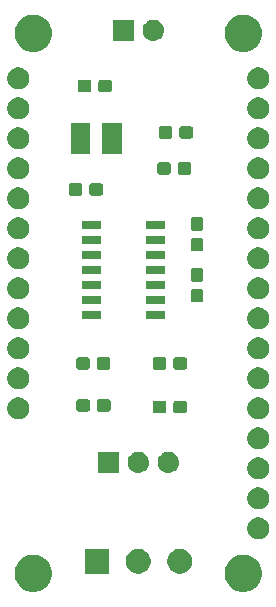
<source format=gbr>
G04 #@! TF.GenerationSoftware,KiCad,Pcbnew,5.0.2-bee76a0~70~ubuntu18.04.1*
G04 #@! TF.CreationDate,2020-04-01T17:28:38-07:00*
G04 #@! TF.ProjectId,potentiostat_featherwing,706f7465-6e74-4696-9f73-7461745f6665,rev?*
G04 #@! TF.SameCoordinates,Original*
G04 #@! TF.FileFunction,Soldermask,Top*
G04 #@! TF.FilePolarity,Negative*
%FSLAX46Y46*%
G04 Gerber Fmt 4.6, Leading zero omitted, Abs format (unit mm)*
G04 Created by KiCad (PCBNEW 5.0.2-bee76a0~70~ubuntu18.04.1) date Wed 01 Apr 2020 05:28:38 PM PDT*
%MOMM*%
%LPD*%
G01*
G04 APERTURE LIST*
%ADD10C,0.100000*%
G04 APERTURE END LIST*
D10*
G36*
X60149411Y-72145526D02*
X60268137Y-72194704D01*
X60436041Y-72264252D01*
X60694007Y-72436619D01*
X60913381Y-72655993D01*
X61085748Y-72913959D01*
X61204474Y-73200590D01*
X61265000Y-73504875D01*
X61265000Y-73815125D01*
X61204474Y-74119410D01*
X61085748Y-74406041D01*
X60913381Y-74664007D01*
X60694007Y-74883381D01*
X60436041Y-75055748D01*
X60268137Y-75125296D01*
X60149411Y-75174474D01*
X59845125Y-75235000D01*
X59534875Y-75235000D01*
X59230589Y-75174474D01*
X59111863Y-75125296D01*
X58943959Y-75055748D01*
X58685993Y-74883381D01*
X58466619Y-74664007D01*
X58294252Y-74406041D01*
X58175526Y-74119410D01*
X58115000Y-73815125D01*
X58115000Y-73504875D01*
X58175526Y-73200590D01*
X58294252Y-72913959D01*
X58466619Y-72655993D01*
X58685993Y-72436619D01*
X58943959Y-72264252D01*
X59111863Y-72194704D01*
X59230589Y-72145526D01*
X59534875Y-72085000D01*
X59845125Y-72085000D01*
X60149411Y-72145526D01*
X60149411Y-72145526D01*
G37*
G36*
X42369411Y-72145526D02*
X42488137Y-72194704D01*
X42656041Y-72264252D01*
X42914007Y-72436619D01*
X43133381Y-72655993D01*
X43305748Y-72913959D01*
X43424474Y-73200590D01*
X43485000Y-73504875D01*
X43485000Y-73815125D01*
X43424474Y-74119410D01*
X43305748Y-74406041D01*
X43133381Y-74664007D01*
X42914007Y-74883381D01*
X42656041Y-75055748D01*
X42488137Y-75125296D01*
X42369411Y-75174474D01*
X42065125Y-75235000D01*
X41754875Y-75235000D01*
X41450589Y-75174474D01*
X41331863Y-75125296D01*
X41163959Y-75055748D01*
X40905993Y-74883381D01*
X40686619Y-74664007D01*
X40514252Y-74406041D01*
X40395526Y-74119410D01*
X40335000Y-73815125D01*
X40335000Y-73504875D01*
X40395526Y-73200590D01*
X40514252Y-72913959D01*
X40686619Y-72655993D01*
X40905993Y-72436619D01*
X41163959Y-72264252D01*
X41331863Y-72194704D01*
X41450589Y-72145526D01*
X41754875Y-72085000D01*
X42065125Y-72085000D01*
X42369411Y-72145526D01*
X42369411Y-72145526D01*
G37*
G36*
X51106565Y-71633389D02*
X51297834Y-71712615D01*
X51469976Y-71827637D01*
X51616363Y-71974024D01*
X51731385Y-72146166D01*
X51810611Y-72337435D01*
X51851000Y-72540484D01*
X51851000Y-72747516D01*
X51810611Y-72950565D01*
X51731385Y-73141834D01*
X51616363Y-73313976D01*
X51469976Y-73460363D01*
X51297834Y-73575385D01*
X51106565Y-73654611D01*
X50903516Y-73695000D01*
X50696484Y-73695000D01*
X50493435Y-73654611D01*
X50302166Y-73575385D01*
X50130024Y-73460363D01*
X49983637Y-73313976D01*
X49868615Y-73141834D01*
X49789389Y-72950565D01*
X49749000Y-72747516D01*
X49749000Y-72540484D01*
X49789389Y-72337435D01*
X49868615Y-72146166D01*
X49983637Y-71974024D01*
X50130024Y-71827637D01*
X50302166Y-71712615D01*
X50493435Y-71633389D01*
X50696484Y-71593000D01*
X50903516Y-71593000D01*
X51106565Y-71633389D01*
X51106565Y-71633389D01*
G37*
G36*
X48350880Y-73695000D02*
X46248880Y-73695000D01*
X46248880Y-71593000D01*
X48350880Y-71593000D01*
X48350880Y-73695000D01*
X48350880Y-73695000D01*
G37*
G36*
X54606685Y-71633389D02*
X54797954Y-71712615D01*
X54970096Y-71827637D01*
X55116483Y-71974024D01*
X55231505Y-72146166D01*
X55310731Y-72337435D01*
X55351120Y-72540484D01*
X55351120Y-72747516D01*
X55310731Y-72950565D01*
X55231505Y-73141834D01*
X55116483Y-73313976D01*
X54970096Y-73460363D01*
X54797954Y-73575385D01*
X54606685Y-73654611D01*
X54403636Y-73695000D01*
X54196604Y-73695000D01*
X53993555Y-73654611D01*
X53802286Y-73575385D01*
X53630144Y-73460363D01*
X53483757Y-73313976D01*
X53368735Y-73141834D01*
X53289509Y-72950565D01*
X53249120Y-72747516D01*
X53249120Y-72540484D01*
X53289509Y-72337435D01*
X53368735Y-72146166D01*
X53483757Y-71974024D01*
X53630144Y-71827637D01*
X53802286Y-71712615D01*
X53993555Y-71633389D01*
X54196604Y-71593000D01*
X54403636Y-71593000D01*
X54606685Y-71633389D01*
X54606685Y-71633389D01*
G37*
G36*
X61234188Y-68946123D02*
X61405257Y-69016983D01*
X61559216Y-69119855D01*
X61690145Y-69250784D01*
X61793017Y-69404743D01*
X61863877Y-69575812D01*
X61900000Y-69757417D01*
X61900000Y-69942583D01*
X61863877Y-70124188D01*
X61793017Y-70295257D01*
X61690145Y-70449216D01*
X61559216Y-70580145D01*
X61405257Y-70683017D01*
X61234188Y-70753877D01*
X61052583Y-70790000D01*
X60867417Y-70790000D01*
X60685812Y-70753877D01*
X60514743Y-70683017D01*
X60360784Y-70580145D01*
X60229855Y-70449216D01*
X60126983Y-70295257D01*
X60056123Y-70124188D01*
X60020000Y-69942583D01*
X60020000Y-69757417D01*
X60056123Y-69575812D01*
X60126983Y-69404743D01*
X60229855Y-69250784D01*
X60360784Y-69119855D01*
X60514743Y-69016983D01*
X60685812Y-68946123D01*
X60867417Y-68910000D01*
X61052583Y-68910000D01*
X61234188Y-68946123D01*
X61234188Y-68946123D01*
G37*
G36*
X61234188Y-66406123D02*
X61405257Y-66476983D01*
X61559216Y-66579855D01*
X61690145Y-66710784D01*
X61793017Y-66864743D01*
X61863877Y-67035812D01*
X61900000Y-67217417D01*
X61900000Y-67402583D01*
X61863877Y-67584188D01*
X61793017Y-67755257D01*
X61690145Y-67909216D01*
X61559216Y-68040145D01*
X61405257Y-68143017D01*
X61234188Y-68213877D01*
X61052583Y-68250000D01*
X60867417Y-68250000D01*
X60685812Y-68213877D01*
X60514743Y-68143017D01*
X60360784Y-68040145D01*
X60229855Y-67909216D01*
X60126983Y-67755257D01*
X60056123Y-67584188D01*
X60020000Y-67402583D01*
X60020000Y-67217417D01*
X60056123Y-67035812D01*
X60126983Y-66864743D01*
X60229855Y-66710784D01*
X60360784Y-66579855D01*
X60514743Y-66476983D01*
X60685812Y-66406123D01*
X60867417Y-66370000D01*
X61052583Y-66370000D01*
X61234188Y-66406123D01*
X61234188Y-66406123D01*
G37*
G36*
X61234188Y-63866123D02*
X61405257Y-63936983D01*
X61559216Y-64039855D01*
X61690145Y-64170784D01*
X61793017Y-64324743D01*
X61863877Y-64495812D01*
X61900000Y-64677417D01*
X61900000Y-64862583D01*
X61863877Y-65044188D01*
X61793017Y-65215257D01*
X61690145Y-65369216D01*
X61559216Y-65500145D01*
X61405257Y-65603017D01*
X61234188Y-65673877D01*
X61052583Y-65710000D01*
X60867417Y-65710000D01*
X60685812Y-65673877D01*
X60514743Y-65603017D01*
X60360784Y-65500145D01*
X60229855Y-65369216D01*
X60126983Y-65215257D01*
X60056123Y-65044188D01*
X60020000Y-64862583D01*
X60020000Y-64677417D01*
X60056123Y-64495812D01*
X60126983Y-64324743D01*
X60229855Y-64170784D01*
X60360784Y-64039855D01*
X60514743Y-63936983D01*
X60685812Y-63866123D01*
X60867417Y-63830000D01*
X61052583Y-63830000D01*
X61234188Y-63866123D01*
X61234188Y-63866123D01*
G37*
G36*
X49161000Y-65163000D02*
X47359000Y-65163000D01*
X47359000Y-63361000D01*
X49161000Y-63361000D01*
X49161000Y-65163000D01*
X49161000Y-65163000D01*
G37*
G36*
X50910442Y-63367518D02*
X50976627Y-63374037D01*
X51089853Y-63408384D01*
X51146467Y-63425557D01*
X51285087Y-63499652D01*
X51302991Y-63509222D01*
X51338729Y-63538552D01*
X51440186Y-63621814D01*
X51523448Y-63723271D01*
X51552778Y-63759009D01*
X51552779Y-63759011D01*
X51636443Y-63915533D01*
X51653616Y-63972147D01*
X51687963Y-64085373D01*
X51705359Y-64262000D01*
X51687963Y-64438627D01*
X51670616Y-64495812D01*
X51636443Y-64608467D01*
X51599588Y-64677417D01*
X51552778Y-64764991D01*
X51523448Y-64800729D01*
X51440186Y-64902186D01*
X51338729Y-64985448D01*
X51302991Y-65014778D01*
X51302989Y-65014779D01*
X51146467Y-65098443D01*
X51089853Y-65115616D01*
X50976627Y-65149963D01*
X50910443Y-65156481D01*
X50844260Y-65163000D01*
X50755740Y-65163000D01*
X50689557Y-65156481D01*
X50623373Y-65149963D01*
X50510147Y-65115616D01*
X50453533Y-65098443D01*
X50297011Y-65014779D01*
X50297009Y-65014778D01*
X50261271Y-64985448D01*
X50159814Y-64902186D01*
X50076552Y-64800729D01*
X50047222Y-64764991D01*
X50000412Y-64677417D01*
X49963557Y-64608467D01*
X49929384Y-64495812D01*
X49912037Y-64438627D01*
X49894641Y-64262000D01*
X49912037Y-64085373D01*
X49946384Y-63972147D01*
X49963557Y-63915533D01*
X50047221Y-63759011D01*
X50047222Y-63759009D01*
X50076552Y-63723271D01*
X50159814Y-63621814D01*
X50261271Y-63538552D01*
X50297009Y-63509222D01*
X50314913Y-63499652D01*
X50453533Y-63425557D01*
X50510147Y-63408384D01*
X50623373Y-63374037D01*
X50689558Y-63367518D01*
X50755740Y-63361000D01*
X50844260Y-63361000D01*
X50910442Y-63367518D01*
X50910442Y-63367518D01*
G37*
G36*
X53450442Y-63367518D02*
X53516627Y-63374037D01*
X53629853Y-63408384D01*
X53686467Y-63425557D01*
X53825087Y-63499652D01*
X53842991Y-63509222D01*
X53878729Y-63538552D01*
X53980186Y-63621814D01*
X54063448Y-63723271D01*
X54092778Y-63759009D01*
X54092779Y-63759011D01*
X54176443Y-63915533D01*
X54193616Y-63972147D01*
X54227963Y-64085373D01*
X54245359Y-64262000D01*
X54227963Y-64438627D01*
X54210616Y-64495812D01*
X54176443Y-64608467D01*
X54139588Y-64677417D01*
X54092778Y-64764991D01*
X54063448Y-64800729D01*
X53980186Y-64902186D01*
X53878729Y-64985448D01*
X53842991Y-65014778D01*
X53842989Y-65014779D01*
X53686467Y-65098443D01*
X53629853Y-65115616D01*
X53516627Y-65149963D01*
X53450443Y-65156481D01*
X53384260Y-65163000D01*
X53295740Y-65163000D01*
X53229557Y-65156481D01*
X53163373Y-65149963D01*
X53050147Y-65115616D01*
X52993533Y-65098443D01*
X52837011Y-65014779D01*
X52837009Y-65014778D01*
X52801271Y-64985448D01*
X52699814Y-64902186D01*
X52616552Y-64800729D01*
X52587222Y-64764991D01*
X52540412Y-64677417D01*
X52503557Y-64608467D01*
X52469384Y-64495812D01*
X52452037Y-64438627D01*
X52434641Y-64262000D01*
X52452037Y-64085373D01*
X52486384Y-63972147D01*
X52503557Y-63915533D01*
X52587221Y-63759011D01*
X52587222Y-63759009D01*
X52616552Y-63723271D01*
X52699814Y-63621814D01*
X52801271Y-63538552D01*
X52837009Y-63509222D01*
X52854913Y-63499652D01*
X52993533Y-63425557D01*
X53050147Y-63408384D01*
X53163373Y-63374037D01*
X53229558Y-63367518D01*
X53295740Y-63361000D01*
X53384260Y-63361000D01*
X53450442Y-63367518D01*
X53450442Y-63367518D01*
G37*
G36*
X61234188Y-61326123D02*
X61405257Y-61396983D01*
X61559216Y-61499855D01*
X61690145Y-61630784D01*
X61793017Y-61784743D01*
X61863877Y-61955812D01*
X61900000Y-62137417D01*
X61900000Y-62322583D01*
X61863877Y-62504188D01*
X61793017Y-62675257D01*
X61690145Y-62829216D01*
X61559216Y-62960145D01*
X61405257Y-63063017D01*
X61234188Y-63133877D01*
X61052583Y-63170000D01*
X60867417Y-63170000D01*
X60685812Y-63133877D01*
X60514743Y-63063017D01*
X60360784Y-62960145D01*
X60229855Y-62829216D01*
X60126983Y-62675257D01*
X60056123Y-62504188D01*
X60020000Y-62322583D01*
X60020000Y-62137417D01*
X60056123Y-61955812D01*
X60126983Y-61784743D01*
X60229855Y-61630784D01*
X60360784Y-61499855D01*
X60514743Y-61396983D01*
X60685812Y-61326123D01*
X60867417Y-61290000D01*
X61052583Y-61290000D01*
X61234188Y-61326123D01*
X61234188Y-61326123D01*
G37*
G36*
X61234188Y-58786123D02*
X61405257Y-58856983D01*
X61559216Y-58959855D01*
X61690145Y-59090784D01*
X61793017Y-59244743D01*
X61863877Y-59415812D01*
X61900000Y-59597417D01*
X61900000Y-59782583D01*
X61863877Y-59964188D01*
X61793017Y-60135257D01*
X61690145Y-60289216D01*
X61559216Y-60420145D01*
X61405257Y-60523017D01*
X61234188Y-60593877D01*
X61052583Y-60630000D01*
X60867417Y-60630000D01*
X60685812Y-60593877D01*
X60514743Y-60523017D01*
X60360784Y-60420145D01*
X60229855Y-60289216D01*
X60126983Y-60135257D01*
X60056123Y-59964188D01*
X60020000Y-59782583D01*
X60020000Y-59597417D01*
X60056123Y-59415812D01*
X60126983Y-59244743D01*
X60229855Y-59090784D01*
X60360784Y-58959855D01*
X60514743Y-58856983D01*
X60685812Y-58786123D01*
X60867417Y-58750000D01*
X61052583Y-58750000D01*
X61234188Y-58786123D01*
X61234188Y-58786123D01*
G37*
G36*
X40914188Y-58786123D02*
X41085257Y-58856983D01*
X41239216Y-58959855D01*
X41370145Y-59090784D01*
X41473017Y-59244743D01*
X41543877Y-59415812D01*
X41580000Y-59597417D01*
X41580000Y-59782583D01*
X41543877Y-59964188D01*
X41473017Y-60135257D01*
X41370145Y-60289216D01*
X41239216Y-60420145D01*
X41085257Y-60523017D01*
X40914188Y-60593877D01*
X40732583Y-60630000D01*
X40547417Y-60630000D01*
X40365812Y-60593877D01*
X40194743Y-60523017D01*
X40040784Y-60420145D01*
X39909855Y-60289216D01*
X39806983Y-60135257D01*
X39736123Y-59964188D01*
X39700000Y-59782583D01*
X39700000Y-59597417D01*
X39736123Y-59415812D01*
X39806983Y-59244743D01*
X39909855Y-59090784D01*
X40040784Y-58959855D01*
X40194743Y-58856983D01*
X40365812Y-58786123D01*
X40547417Y-58750000D01*
X40732583Y-58750000D01*
X40914188Y-58786123D01*
X40914188Y-58786123D01*
G37*
G36*
X54756499Y-59041445D02*
X54793993Y-59052819D01*
X54828557Y-59071294D01*
X54858847Y-59096153D01*
X54883706Y-59126443D01*
X54902181Y-59161007D01*
X54913555Y-59198501D01*
X54918000Y-59243638D01*
X54918000Y-59882362D01*
X54913555Y-59927499D01*
X54902181Y-59964993D01*
X54883706Y-59999557D01*
X54858847Y-60029847D01*
X54828557Y-60054706D01*
X54793993Y-60073181D01*
X54756499Y-60084555D01*
X54711362Y-60089000D01*
X53972638Y-60089000D01*
X53927501Y-60084555D01*
X53890007Y-60073181D01*
X53855443Y-60054706D01*
X53825153Y-60029847D01*
X53800294Y-59999557D01*
X53781819Y-59964993D01*
X53770445Y-59927499D01*
X53766000Y-59882362D01*
X53766000Y-59243638D01*
X53770445Y-59198501D01*
X53781819Y-59161007D01*
X53800294Y-59126443D01*
X53825153Y-59096153D01*
X53855443Y-59071294D01*
X53890007Y-59052819D01*
X53927501Y-59041445D01*
X53972638Y-59037000D01*
X54711362Y-59037000D01*
X54756499Y-59041445D01*
X54756499Y-59041445D01*
G37*
G36*
X53006499Y-59041445D02*
X53043993Y-59052819D01*
X53078557Y-59071294D01*
X53108847Y-59096153D01*
X53133706Y-59126443D01*
X53152181Y-59161007D01*
X53163555Y-59198501D01*
X53168000Y-59243638D01*
X53168000Y-59882362D01*
X53163555Y-59927499D01*
X53152181Y-59964993D01*
X53133706Y-59999557D01*
X53108847Y-60029847D01*
X53078557Y-60054706D01*
X53043993Y-60073181D01*
X53006499Y-60084555D01*
X52961362Y-60089000D01*
X52222638Y-60089000D01*
X52177501Y-60084555D01*
X52140007Y-60073181D01*
X52105443Y-60054706D01*
X52075153Y-60029847D01*
X52050294Y-59999557D01*
X52031819Y-59964993D01*
X52020445Y-59927499D01*
X52016000Y-59882362D01*
X52016000Y-59243638D01*
X52020445Y-59198501D01*
X52031819Y-59161007D01*
X52050294Y-59126443D01*
X52075153Y-59096153D01*
X52105443Y-59071294D01*
X52140007Y-59052819D01*
X52177501Y-59041445D01*
X52222638Y-59037000D01*
X52961362Y-59037000D01*
X53006499Y-59041445D01*
X53006499Y-59041445D01*
G37*
G36*
X48293499Y-58914445D02*
X48330993Y-58925819D01*
X48365557Y-58944294D01*
X48395847Y-58969153D01*
X48420706Y-58999443D01*
X48439181Y-59034007D01*
X48450555Y-59071501D01*
X48455000Y-59116638D01*
X48455000Y-59755362D01*
X48450555Y-59800499D01*
X48439181Y-59837993D01*
X48420706Y-59872557D01*
X48395847Y-59902847D01*
X48365557Y-59927706D01*
X48330993Y-59946181D01*
X48293499Y-59957555D01*
X48248362Y-59962000D01*
X47509638Y-59962000D01*
X47464501Y-59957555D01*
X47427007Y-59946181D01*
X47392443Y-59927706D01*
X47362153Y-59902847D01*
X47337294Y-59872557D01*
X47318819Y-59837993D01*
X47307445Y-59800499D01*
X47303000Y-59755362D01*
X47303000Y-59116638D01*
X47307445Y-59071501D01*
X47318819Y-59034007D01*
X47337294Y-58999443D01*
X47362153Y-58969153D01*
X47392443Y-58944294D01*
X47427007Y-58925819D01*
X47464501Y-58914445D01*
X47509638Y-58910000D01*
X48248362Y-58910000D01*
X48293499Y-58914445D01*
X48293499Y-58914445D01*
G37*
G36*
X46543499Y-58914445D02*
X46580993Y-58925819D01*
X46615557Y-58944294D01*
X46645847Y-58969153D01*
X46670706Y-58999443D01*
X46689181Y-59034007D01*
X46700555Y-59071501D01*
X46705000Y-59116638D01*
X46705000Y-59755362D01*
X46700555Y-59800499D01*
X46689181Y-59837993D01*
X46670706Y-59872557D01*
X46645847Y-59902847D01*
X46615557Y-59927706D01*
X46580993Y-59946181D01*
X46543499Y-59957555D01*
X46498362Y-59962000D01*
X45759638Y-59962000D01*
X45714501Y-59957555D01*
X45677007Y-59946181D01*
X45642443Y-59927706D01*
X45612153Y-59902847D01*
X45587294Y-59872557D01*
X45568819Y-59837993D01*
X45557445Y-59800499D01*
X45553000Y-59755362D01*
X45553000Y-59116638D01*
X45557445Y-59071501D01*
X45568819Y-59034007D01*
X45587294Y-58999443D01*
X45612153Y-58969153D01*
X45642443Y-58944294D01*
X45677007Y-58925819D01*
X45714501Y-58914445D01*
X45759638Y-58910000D01*
X46498362Y-58910000D01*
X46543499Y-58914445D01*
X46543499Y-58914445D01*
G37*
G36*
X40914188Y-56246123D02*
X41085257Y-56316983D01*
X41239216Y-56419855D01*
X41370145Y-56550784D01*
X41473017Y-56704743D01*
X41543877Y-56875812D01*
X41580000Y-57057417D01*
X41580000Y-57242583D01*
X41543877Y-57424188D01*
X41473017Y-57595257D01*
X41370145Y-57749216D01*
X41239216Y-57880145D01*
X41085257Y-57983017D01*
X40914188Y-58053877D01*
X40732583Y-58090000D01*
X40547417Y-58090000D01*
X40365812Y-58053877D01*
X40194743Y-57983017D01*
X40040784Y-57880145D01*
X39909855Y-57749216D01*
X39806983Y-57595257D01*
X39736123Y-57424188D01*
X39700000Y-57242583D01*
X39700000Y-57057417D01*
X39736123Y-56875812D01*
X39806983Y-56704743D01*
X39909855Y-56550784D01*
X40040784Y-56419855D01*
X40194743Y-56316983D01*
X40365812Y-56246123D01*
X40547417Y-56210000D01*
X40732583Y-56210000D01*
X40914188Y-56246123D01*
X40914188Y-56246123D01*
G37*
G36*
X61234188Y-56246123D02*
X61405257Y-56316983D01*
X61559216Y-56419855D01*
X61690145Y-56550784D01*
X61793017Y-56704743D01*
X61863877Y-56875812D01*
X61900000Y-57057417D01*
X61900000Y-57242583D01*
X61863877Y-57424188D01*
X61793017Y-57595257D01*
X61690145Y-57749216D01*
X61559216Y-57880145D01*
X61405257Y-57983017D01*
X61234188Y-58053877D01*
X61052583Y-58090000D01*
X60867417Y-58090000D01*
X60685812Y-58053877D01*
X60514743Y-57983017D01*
X60360784Y-57880145D01*
X60229855Y-57749216D01*
X60126983Y-57595257D01*
X60056123Y-57424188D01*
X60020000Y-57242583D01*
X60020000Y-57057417D01*
X60056123Y-56875812D01*
X60126983Y-56704743D01*
X60229855Y-56550784D01*
X60360784Y-56419855D01*
X60514743Y-56316983D01*
X60685812Y-56246123D01*
X60867417Y-56210000D01*
X61052583Y-56210000D01*
X61234188Y-56246123D01*
X61234188Y-56246123D01*
G37*
G36*
X54756499Y-55358445D02*
X54793993Y-55369819D01*
X54828557Y-55388294D01*
X54858847Y-55413153D01*
X54883706Y-55443443D01*
X54902181Y-55478007D01*
X54913555Y-55515501D01*
X54918000Y-55560638D01*
X54918000Y-56199362D01*
X54913555Y-56244499D01*
X54902181Y-56281993D01*
X54883706Y-56316557D01*
X54858847Y-56346847D01*
X54828557Y-56371706D01*
X54793993Y-56390181D01*
X54756499Y-56401555D01*
X54711362Y-56406000D01*
X53972638Y-56406000D01*
X53927501Y-56401555D01*
X53890007Y-56390181D01*
X53855443Y-56371706D01*
X53825153Y-56346847D01*
X53800294Y-56316557D01*
X53781819Y-56281993D01*
X53770445Y-56244499D01*
X53766000Y-56199362D01*
X53766000Y-55560638D01*
X53770445Y-55515501D01*
X53781819Y-55478007D01*
X53800294Y-55443443D01*
X53825153Y-55413153D01*
X53855443Y-55388294D01*
X53890007Y-55369819D01*
X53927501Y-55358445D01*
X53972638Y-55354000D01*
X54711362Y-55354000D01*
X54756499Y-55358445D01*
X54756499Y-55358445D01*
G37*
G36*
X48279499Y-55358445D02*
X48316993Y-55369819D01*
X48351557Y-55388294D01*
X48381847Y-55413153D01*
X48406706Y-55443443D01*
X48425181Y-55478007D01*
X48436555Y-55515501D01*
X48441000Y-55560638D01*
X48441000Y-56199362D01*
X48436555Y-56244499D01*
X48425181Y-56281993D01*
X48406706Y-56316557D01*
X48381847Y-56346847D01*
X48351557Y-56371706D01*
X48316993Y-56390181D01*
X48279499Y-56401555D01*
X48234362Y-56406000D01*
X47495638Y-56406000D01*
X47450501Y-56401555D01*
X47413007Y-56390181D01*
X47378443Y-56371706D01*
X47348153Y-56346847D01*
X47323294Y-56316557D01*
X47304819Y-56281993D01*
X47293445Y-56244499D01*
X47289000Y-56199362D01*
X47289000Y-55560638D01*
X47293445Y-55515501D01*
X47304819Y-55478007D01*
X47323294Y-55443443D01*
X47348153Y-55413153D01*
X47378443Y-55388294D01*
X47413007Y-55369819D01*
X47450501Y-55358445D01*
X47495638Y-55354000D01*
X48234362Y-55354000D01*
X48279499Y-55358445D01*
X48279499Y-55358445D01*
G37*
G36*
X46529499Y-55358445D02*
X46566993Y-55369819D01*
X46601557Y-55388294D01*
X46631847Y-55413153D01*
X46656706Y-55443443D01*
X46675181Y-55478007D01*
X46686555Y-55515501D01*
X46691000Y-55560638D01*
X46691000Y-56199362D01*
X46686555Y-56244499D01*
X46675181Y-56281993D01*
X46656706Y-56316557D01*
X46631847Y-56346847D01*
X46601557Y-56371706D01*
X46566993Y-56390181D01*
X46529499Y-56401555D01*
X46484362Y-56406000D01*
X45745638Y-56406000D01*
X45700501Y-56401555D01*
X45663007Y-56390181D01*
X45628443Y-56371706D01*
X45598153Y-56346847D01*
X45573294Y-56316557D01*
X45554819Y-56281993D01*
X45543445Y-56244499D01*
X45539000Y-56199362D01*
X45539000Y-55560638D01*
X45543445Y-55515501D01*
X45554819Y-55478007D01*
X45573294Y-55443443D01*
X45598153Y-55413153D01*
X45628443Y-55388294D01*
X45663007Y-55369819D01*
X45700501Y-55358445D01*
X45745638Y-55354000D01*
X46484362Y-55354000D01*
X46529499Y-55358445D01*
X46529499Y-55358445D01*
G37*
G36*
X53006499Y-55358445D02*
X53043993Y-55369819D01*
X53078557Y-55388294D01*
X53108847Y-55413153D01*
X53133706Y-55443443D01*
X53152181Y-55478007D01*
X53163555Y-55515501D01*
X53168000Y-55560638D01*
X53168000Y-56199362D01*
X53163555Y-56244499D01*
X53152181Y-56281993D01*
X53133706Y-56316557D01*
X53108847Y-56346847D01*
X53078557Y-56371706D01*
X53043993Y-56390181D01*
X53006499Y-56401555D01*
X52961362Y-56406000D01*
X52222638Y-56406000D01*
X52177501Y-56401555D01*
X52140007Y-56390181D01*
X52105443Y-56371706D01*
X52075153Y-56346847D01*
X52050294Y-56316557D01*
X52031819Y-56281993D01*
X52020445Y-56244499D01*
X52016000Y-56199362D01*
X52016000Y-55560638D01*
X52020445Y-55515501D01*
X52031819Y-55478007D01*
X52050294Y-55443443D01*
X52075153Y-55413153D01*
X52105443Y-55388294D01*
X52140007Y-55369819D01*
X52177501Y-55358445D01*
X52222638Y-55354000D01*
X52961362Y-55354000D01*
X53006499Y-55358445D01*
X53006499Y-55358445D01*
G37*
G36*
X40914188Y-53706123D02*
X41085257Y-53776983D01*
X41239216Y-53879855D01*
X41370145Y-54010784D01*
X41473017Y-54164743D01*
X41543877Y-54335812D01*
X41580000Y-54517417D01*
X41580000Y-54702583D01*
X41543877Y-54884188D01*
X41473017Y-55055257D01*
X41370145Y-55209216D01*
X41239216Y-55340145D01*
X41085257Y-55443017D01*
X40914188Y-55513877D01*
X40732583Y-55550000D01*
X40547417Y-55550000D01*
X40365812Y-55513877D01*
X40194743Y-55443017D01*
X40040784Y-55340145D01*
X39909855Y-55209216D01*
X39806983Y-55055257D01*
X39736123Y-54884188D01*
X39700000Y-54702583D01*
X39700000Y-54517417D01*
X39736123Y-54335812D01*
X39806983Y-54164743D01*
X39909855Y-54010784D01*
X40040784Y-53879855D01*
X40194743Y-53776983D01*
X40365812Y-53706123D01*
X40547417Y-53670000D01*
X40732583Y-53670000D01*
X40914188Y-53706123D01*
X40914188Y-53706123D01*
G37*
G36*
X61234188Y-53706123D02*
X61405257Y-53776983D01*
X61559216Y-53879855D01*
X61690145Y-54010784D01*
X61793017Y-54164743D01*
X61863877Y-54335812D01*
X61900000Y-54517417D01*
X61900000Y-54702583D01*
X61863877Y-54884188D01*
X61793017Y-55055257D01*
X61690145Y-55209216D01*
X61559216Y-55340145D01*
X61405257Y-55443017D01*
X61234188Y-55513877D01*
X61052583Y-55550000D01*
X60867417Y-55550000D01*
X60685812Y-55513877D01*
X60514743Y-55443017D01*
X60360784Y-55340145D01*
X60229855Y-55209216D01*
X60126983Y-55055257D01*
X60056123Y-54884188D01*
X60020000Y-54702583D01*
X60020000Y-54517417D01*
X60056123Y-54335812D01*
X60126983Y-54164743D01*
X60229855Y-54010784D01*
X60360784Y-53879855D01*
X60514743Y-53776983D01*
X60685812Y-53706123D01*
X60867417Y-53670000D01*
X61052583Y-53670000D01*
X61234188Y-53706123D01*
X61234188Y-53706123D01*
G37*
G36*
X61234188Y-51166123D02*
X61405257Y-51236983D01*
X61559216Y-51339855D01*
X61690145Y-51470784D01*
X61793017Y-51624743D01*
X61863877Y-51795812D01*
X61900000Y-51977417D01*
X61900000Y-52162583D01*
X61863877Y-52344188D01*
X61793017Y-52515257D01*
X61690145Y-52669216D01*
X61559216Y-52800145D01*
X61405257Y-52903017D01*
X61234188Y-52973877D01*
X61052583Y-53010000D01*
X60867417Y-53010000D01*
X60685812Y-52973877D01*
X60514743Y-52903017D01*
X60360784Y-52800145D01*
X60229855Y-52669216D01*
X60126983Y-52515257D01*
X60056123Y-52344188D01*
X60020000Y-52162583D01*
X60020000Y-51977417D01*
X60056123Y-51795812D01*
X60126983Y-51624743D01*
X60229855Y-51470784D01*
X60360784Y-51339855D01*
X60514743Y-51236983D01*
X60685812Y-51166123D01*
X60867417Y-51130000D01*
X61052583Y-51130000D01*
X61234188Y-51166123D01*
X61234188Y-51166123D01*
G37*
G36*
X40914188Y-51166123D02*
X41085257Y-51236983D01*
X41239216Y-51339855D01*
X41370145Y-51470784D01*
X41473017Y-51624743D01*
X41543877Y-51795812D01*
X41580000Y-51977417D01*
X41580000Y-52162583D01*
X41543877Y-52344188D01*
X41473017Y-52515257D01*
X41370145Y-52669216D01*
X41239216Y-52800145D01*
X41085257Y-52903017D01*
X40914188Y-52973877D01*
X40732583Y-53010000D01*
X40547417Y-53010000D01*
X40365812Y-52973877D01*
X40194743Y-52903017D01*
X40040784Y-52800145D01*
X39909855Y-52669216D01*
X39806983Y-52515257D01*
X39736123Y-52344188D01*
X39700000Y-52162583D01*
X39700000Y-51977417D01*
X39736123Y-51795812D01*
X39806983Y-51624743D01*
X39909855Y-51470784D01*
X40040784Y-51339855D01*
X40194743Y-51236983D01*
X40365812Y-51166123D01*
X40547417Y-51130000D01*
X40732583Y-51130000D01*
X40914188Y-51166123D01*
X40914188Y-51166123D01*
G37*
G36*
X47631000Y-52167000D02*
X46029000Y-52167000D01*
X46029000Y-51465000D01*
X47631000Y-51465000D01*
X47631000Y-52167000D01*
X47631000Y-52167000D01*
G37*
G36*
X53031000Y-52167000D02*
X51429000Y-52167000D01*
X51429000Y-51465000D01*
X53031000Y-51465000D01*
X53031000Y-52167000D01*
X53031000Y-52167000D01*
G37*
G36*
X53031000Y-50897000D02*
X51429000Y-50897000D01*
X51429000Y-50195000D01*
X53031000Y-50195000D01*
X53031000Y-50897000D01*
X53031000Y-50897000D01*
G37*
G36*
X47631000Y-50897000D02*
X46029000Y-50897000D01*
X46029000Y-50195000D01*
X47631000Y-50195000D01*
X47631000Y-50897000D01*
X47631000Y-50897000D01*
G37*
G36*
X56117499Y-49579445D02*
X56154993Y-49590819D01*
X56189557Y-49609294D01*
X56219847Y-49634153D01*
X56244706Y-49664443D01*
X56263181Y-49699007D01*
X56274555Y-49736501D01*
X56279000Y-49781638D01*
X56279000Y-50520362D01*
X56274555Y-50565499D01*
X56263181Y-50602993D01*
X56244706Y-50637557D01*
X56219847Y-50667847D01*
X56189557Y-50692706D01*
X56154993Y-50711181D01*
X56117499Y-50722555D01*
X56072362Y-50727000D01*
X55433638Y-50727000D01*
X55388501Y-50722555D01*
X55351007Y-50711181D01*
X55316443Y-50692706D01*
X55286153Y-50667847D01*
X55261294Y-50637557D01*
X55242819Y-50602993D01*
X55231445Y-50565499D01*
X55227000Y-50520362D01*
X55227000Y-49781638D01*
X55231445Y-49736501D01*
X55242819Y-49699007D01*
X55261294Y-49664443D01*
X55286153Y-49634153D01*
X55316443Y-49609294D01*
X55351007Y-49590819D01*
X55388501Y-49579445D01*
X55433638Y-49575000D01*
X56072362Y-49575000D01*
X56117499Y-49579445D01*
X56117499Y-49579445D01*
G37*
G36*
X61234188Y-48626123D02*
X61405257Y-48696983D01*
X61559216Y-48799855D01*
X61690145Y-48930784D01*
X61793017Y-49084743D01*
X61863877Y-49255812D01*
X61900000Y-49437417D01*
X61900000Y-49622583D01*
X61863877Y-49804188D01*
X61793017Y-49975257D01*
X61690145Y-50129216D01*
X61559216Y-50260145D01*
X61405257Y-50363017D01*
X61234188Y-50433877D01*
X61052583Y-50470000D01*
X60867417Y-50470000D01*
X60685812Y-50433877D01*
X60514743Y-50363017D01*
X60360784Y-50260145D01*
X60229855Y-50129216D01*
X60126983Y-49975257D01*
X60056123Y-49804188D01*
X60020000Y-49622583D01*
X60020000Y-49437417D01*
X60056123Y-49255812D01*
X60126983Y-49084743D01*
X60229855Y-48930784D01*
X60360784Y-48799855D01*
X60514743Y-48696983D01*
X60685812Y-48626123D01*
X60867417Y-48590000D01*
X61052583Y-48590000D01*
X61234188Y-48626123D01*
X61234188Y-48626123D01*
G37*
G36*
X40914188Y-48626123D02*
X41085257Y-48696983D01*
X41239216Y-48799855D01*
X41370145Y-48930784D01*
X41473017Y-49084743D01*
X41543877Y-49255812D01*
X41580000Y-49437417D01*
X41580000Y-49622583D01*
X41543877Y-49804188D01*
X41473017Y-49975257D01*
X41370145Y-50129216D01*
X41239216Y-50260145D01*
X41085257Y-50363017D01*
X40914188Y-50433877D01*
X40732583Y-50470000D01*
X40547417Y-50470000D01*
X40365812Y-50433877D01*
X40194743Y-50363017D01*
X40040784Y-50260145D01*
X39909855Y-50129216D01*
X39806983Y-49975257D01*
X39736123Y-49804188D01*
X39700000Y-49622583D01*
X39700000Y-49437417D01*
X39736123Y-49255812D01*
X39806983Y-49084743D01*
X39909855Y-48930784D01*
X40040784Y-48799855D01*
X40194743Y-48696983D01*
X40365812Y-48626123D01*
X40547417Y-48590000D01*
X40732583Y-48590000D01*
X40914188Y-48626123D01*
X40914188Y-48626123D01*
G37*
G36*
X53031000Y-49627000D02*
X51429000Y-49627000D01*
X51429000Y-48925000D01*
X53031000Y-48925000D01*
X53031000Y-49627000D01*
X53031000Y-49627000D01*
G37*
G36*
X47631000Y-49627000D02*
X46029000Y-49627000D01*
X46029000Y-48925000D01*
X47631000Y-48925000D01*
X47631000Y-49627000D01*
X47631000Y-49627000D01*
G37*
G36*
X56117499Y-47829445D02*
X56154993Y-47840819D01*
X56189557Y-47859294D01*
X56219847Y-47884153D01*
X56244706Y-47914443D01*
X56263181Y-47949007D01*
X56274555Y-47986501D01*
X56279000Y-48031638D01*
X56279000Y-48770362D01*
X56274555Y-48815499D01*
X56263181Y-48852993D01*
X56244706Y-48887557D01*
X56219847Y-48917847D01*
X56189557Y-48942706D01*
X56154993Y-48961181D01*
X56117499Y-48972555D01*
X56072362Y-48977000D01*
X55433638Y-48977000D01*
X55388501Y-48972555D01*
X55351007Y-48961181D01*
X55316443Y-48942706D01*
X55286153Y-48917847D01*
X55261294Y-48887557D01*
X55242819Y-48852993D01*
X55231445Y-48815499D01*
X55227000Y-48770362D01*
X55227000Y-48031638D01*
X55231445Y-47986501D01*
X55242819Y-47949007D01*
X55261294Y-47914443D01*
X55286153Y-47884153D01*
X55316443Y-47859294D01*
X55351007Y-47840819D01*
X55388501Y-47829445D01*
X55433638Y-47825000D01*
X56072362Y-47825000D01*
X56117499Y-47829445D01*
X56117499Y-47829445D01*
G37*
G36*
X53031000Y-48357000D02*
X51429000Y-48357000D01*
X51429000Y-47655000D01*
X53031000Y-47655000D01*
X53031000Y-48357000D01*
X53031000Y-48357000D01*
G37*
G36*
X47631000Y-48357000D02*
X46029000Y-48357000D01*
X46029000Y-47655000D01*
X47631000Y-47655000D01*
X47631000Y-48357000D01*
X47631000Y-48357000D01*
G37*
G36*
X40914188Y-46086123D02*
X41085257Y-46156983D01*
X41239216Y-46259855D01*
X41370145Y-46390784D01*
X41473017Y-46544743D01*
X41543877Y-46715812D01*
X41580000Y-46897417D01*
X41580000Y-47082583D01*
X41543877Y-47264188D01*
X41473017Y-47435257D01*
X41370145Y-47589216D01*
X41239216Y-47720145D01*
X41085257Y-47823017D01*
X40914188Y-47893877D01*
X40732583Y-47930000D01*
X40547417Y-47930000D01*
X40365812Y-47893877D01*
X40194743Y-47823017D01*
X40040784Y-47720145D01*
X39909855Y-47589216D01*
X39806983Y-47435257D01*
X39736123Y-47264188D01*
X39700000Y-47082583D01*
X39700000Y-46897417D01*
X39736123Y-46715812D01*
X39806983Y-46544743D01*
X39909855Y-46390784D01*
X40040784Y-46259855D01*
X40194743Y-46156983D01*
X40365812Y-46086123D01*
X40547417Y-46050000D01*
X40732583Y-46050000D01*
X40914188Y-46086123D01*
X40914188Y-46086123D01*
G37*
G36*
X61234188Y-46086123D02*
X61405257Y-46156983D01*
X61559216Y-46259855D01*
X61690145Y-46390784D01*
X61793017Y-46544743D01*
X61863877Y-46715812D01*
X61900000Y-46897417D01*
X61900000Y-47082583D01*
X61863877Y-47264188D01*
X61793017Y-47435257D01*
X61690145Y-47589216D01*
X61559216Y-47720145D01*
X61405257Y-47823017D01*
X61234188Y-47893877D01*
X61052583Y-47930000D01*
X60867417Y-47930000D01*
X60685812Y-47893877D01*
X60514743Y-47823017D01*
X60360784Y-47720145D01*
X60229855Y-47589216D01*
X60126983Y-47435257D01*
X60056123Y-47264188D01*
X60020000Y-47082583D01*
X60020000Y-46897417D01*
X60056123Y-46715812D01*
X60126983Y-46544743D01*
X60229855Y-46390784D01*
X60360784Y-46259855D01*
X60514743Y-46156983D01*
X60685812Y-46086123D01*
X60867417Y-46050000D01*
X61052583Y-46050000D01*
X61234188Y-46086123D01*
X61234188Y-46086123D01*
G37*
G36*
X47631000Y-47087000D02*
X46029000Y-47087000D01*
X46029000Y-46385000D01*
X47631000Y-46385000D01*
X47631000Y-47087000D01*
X47631000Y-47087000D01*
G37*
G36*
X53031000Y-47087000D02*
X51429000Y-47087000D01*
X51429000Y-46385000D01*
X53031000Y-46385000D01*
X53031000Y-47087000D01*
X53031000Y-47087000D01*
G37*
G36*
X56117499Y-45261445D02*
X56154993Y-45272819D01*
X56189557Y-45291294D01*
X56219847Y-45316153D01*
X56244706Y-45346443D01*
X56263181Y-45381007D01*
X56274555Y-45418501D01*
X56279000Y-45463638D01*
X56279000Y-46202362D01*
X56274555Y-46247499D01*
X56263181Y-46284993D01*
X56244706Y-46319557D01*
X56219847Y-46349847D01*
X56189557Y-46374706D01*
X56154993Y-46393181D01*
X56117499Y-46404555D01*
X56072362Y-46409000D01*
X55433638Y-46409000D01*
X55388501Y-46404555D01*
X55351007Y-46393181D01*
X55316443Y-46374706D01*
X55286153Y-46349847D01*
X55261294Y-46319557D01*
X55242819Y-46284993D01*
X55231445Y-46247499D01*
X55227000Y-46202362D01*
X55227000Y-45463638D01*
X55231445Y-45418501D01*
X55242819Y-45381007D01*
X55261294Y-45346443D01*
X55286153Y-45316153D01*
X55316443Y-45291294D01*
X55351007Y-45272819D01*
X55388501Y-45261445D01*
X55433638Y-45257000D01*
X56072362Y-45257000D01*
X56117499Y-45261445D01*
X56117499Y-45261445D01*
G37*
G36*
X53031000Y-45817000D02*
X51429000Y-45817000D01*
X51429000Y-45115000D01*
X53031000Y-45115000D01*
X53031000Y-45817000D01*
X53031000Y-45817000D01*
G37*
G36*
X47631000Y-45817000D02*
X46029000Y-45817000D01*
X46029000Y-45115000D01*
X47631000Y-45115000D01*
X47631000Y-45817000D01*
X47631000Y-45817000D01*
G37*
G36*
X61234188Y-43546123D02*
X61405257Y-43616983D01*
X61559216Y-43719855D01*
X61690145Y-43850784D01*
X61793017Y-44004743D01*
X61863877Y-44175812D01*
X61900000Y-44357417D01*
X61900000Y-44542583D01*
X61863877Y-44724188D01*
X61793017Y-44895257D01*
X61690145Y-45049216D01*
X61559216Y-45180145D01*
X61405257Y-45283017D01*
X61234188Y-45353877D01*
X61052583Y-45390000D01*
X60867417Y-45390000D01*
X60685812Y-45353877D01*
X60514743Y-45283017D01*
X60360784Y-45180145D01*
X60229855Y-45049216D01*
X60126983Y-44895257D01*
X60056123Y-44724188D01*
X60020000Y-44542583D01*
X60020000Y-44357417D01*
X60056123Y-44175812D01*
X60126983Y-44004743D01*
X60229855Y-43850784D01*
X60360784Y-43719855D01*
X60514743Y-43616983D01*
X60685812Y-43546123D01*
X60867417Y-43510000D01*
X61052583Y-43510000D01*
X61234188Y-43546123D01*
X61234188Y-43546123D01*
G37*
G36*
X40914188Y-43546123D02*
X41085257Y-43616983D01*
X41239216Y-43719855D01*
X41370145Y-43850784D01*
X41473017Y-44004743D01*
X41543877Y-44175812D01*
X41580000Y-44357417D01*
X41580000Y-44542583D01*
X41543877Y-44724188D01*
X41473017Y-44895257D01*
X41370145Y-45049216D01*
X41239216Y-45180145D01*
X41085257Y-45283017D01*
X40914188Y-45353877D01*
X40732583Y-45390000D01*
X40547417Y-45390000D01*
X40365812Y-45353877D01*
X40194743Y-45283017D01*
X40040784Y-45180145D01*
X39909855Y-45049216D01*
X39806983Y-44895257D01*
X39736123Y-44724188D01*
X39700000Y-44542583D01*
X39700000Y-44357417D01*
X39736123Y-44175812D01*
X39806983Y-44004743D01*
X39909855Y-43850784D01*
X40040784Y-43719855D01*
X40194743Y-43616983D01*
X40365812Y-43546123D01*
X40547417Y-43510000D01*
X40732583Y-43510000D01*
X40914188Y-43546123D01*
X40914188Y-43546123D01*
G37*
G36*
X56117499Y-43511445D02*
X56154993Y-43522819D01*
X56189557Y-43541294D01*
X56219847Y-43566153D01*
X56244706Y-43596443D01*
X56263181Y-43631007D01*
X56274555Y-43668501D01*
X56279000Y-43713638D01*
X56279000Y-44452362D01*
X56274555Y-44497499D01*
X56263181Y-44534993D01*
X56244706Y-44569557D01*
X56219847Y-44599847D01*
X56189557Y-44624706D01*
X56154993Y-44643181D01*
X56117499Y-44654555D01*
X56072362Y-44659000D01*
X55433638Y-44659000D01*
X55388501Y-44654555D01*
X55351007Y-44643181D01*
X55316443Y-44624706D01*
X55286153Y-44599847D01*
X55261294Y-44569557D01*
X55242819Y-44534993D01*
X55231445Y-44497499D01*
X55227000Y-44452362D01*
X55227000Y-43713638D01*
X55231445Y-43668501D01*
X55242819Y-43631007D01*
X55261294Y-43596443D01*
X55286153Y-43566153D01*
X55316443Y-43541294D01*
X55351007Y-43522819D01*
X55388501Y-43511445D01*
X55433638Y-43507000D01*
X56072362Y-43507000D01*
X56117499Y-43511445D01*
X56117499Y-43511445D01*
G37*
G36*
X47631000Y-44547000D02*
X46029000Y-44547000D01*
X46029000Y-43845000D01*
X47631000Y-43845000D01*
X47631000Y-44547000D01*
X47631000Y-44547000D01*
G37*
G36*
X53031000Y-44547000D02*
X51429000Y-44547000D01*
X51429000Y-43845000D01*
X53031000Y-43845000D01*
X53031000Y-44547000D01*
X53031000Y-44547000D01*
G37*
G36*
X40914188Y-41006123D02*
X41085257Y-41076983D01*
X41239216Y-41179855D01*
X41370145Y-41310784D01*
X41473017Y-41464743D01*
X41543877Y-41635812D01*
X41580000Y-41817417D01*
X41580000Y-42002583D01*
X41543877Y-42184188D01*
X41473017Y-42355257D01*
X41370145Y-42509216D01*
X41239216Y-42640145D01*
X41085257Y-42743017D01*
X40914188Y-42813877D01*
X40732583Y-42850000D01*
X40547417Y-42850000D01*
X40365812Y-42813877D01*
X40194743Y-42743017D01*
X40040784Y-42640145D01*
X39909855Y-42509216D01*
X39806983Y-42355257D01*
X39736123Y-42184188D01*
X39700000Y-42002583D01*
X39700000Y-41817417D01*
X39736123Y-41635812D01*
X39806983Y-41464743D01*
X39909855Y-41310784D01*
X40040784Y-41179855D01*
X40194743Y-41076983D01*
X40365812Y-41006123D01*
X40547417Y-40970000D01*
X40732583Y-40970000D01*
X40914188Y-41006123D01*
X40914188Y-41006123D01*
G37*
G36*
X61234188Y-41006123D02*
X61405257Y-41076983D01*
X61559216Y-41179855D01*
X61690145Y-41310784D01*
X61793017Y-41464743D01*
X61863877Y-41635812D01*
X61900000Y-41817417D01*
X61900000Y-42002583D01*
X61863877Y-42184188D01*
X61793017Y-42355257D01*
X61690145Y-42509216D01*
X61559216Y-42640145D01*
X61405257Y-42743017D01*
X61234188Y-42813877D01*
X61052583Y-42850000D01*
X60867417Y-42850000D01*
X60685812Y-42813877D01*
X60514743Y-42743017D01*
X60360784Y-42640145D01*
X60229855Y-42509216D01*
X60126983Y-42355257D01*
X60056123Y-42184188D01*
X60020000Y-42002583D01*
X60020000Y-41817417D01*
X60056123Y-41635812D01*
X60126983Y-41464743D01*
X60229855Y-41310784D01*
X60360784Y-41179855D01*
X60514743Y-41076983D01*
X60685812Y-41006123D01*
X60867417Y-40970000D01*
X61052583Y-40970000D01*
X61234188Y-41006123D01*
X61234188Y-41006123D01*
G37*
G36*
X47644499Y-40626445D02*
X47681993Y-40637819D01*
X47716557Y-40656294D01*
X47746847Y-40681153D01*
X47771706Y-40711443D01*
X47790181Y-40746007D01*
X47801555Y-40783501D01*
X47806000Y-40828638D01*
X47806000Y-41467362D01*
X47801555Y-41512499D01*
X47790181Y-41549993D01*
X47771706Y-41584557D01*
X47746847Y-41614847D01*
X47716557Y-41639706D01*
X47681993Y-41658181D01*
X47644499Y-41669555D01*
X47599362Y-41674000D01*
X46860638Y-41674000D01*
X46815501Y-41669555D01*
X46778007Y-41658181D01*
X46743443Y-41639706D01*
X46713153Y-41614847D01*
X46688294Y-41584557D01*
X46669819Y-41549993D01*
X46658445Y-41512499D01*
X46654000Y-41467362D01*
X46654000Y-40828638D01*
X46658445Y-40783501D01*
X46669819Y-40746007D01*
X46688294Y-40711443D01*
X46713153Y-40681153D01*
X46743443Y-40656294D01*
X46778007Y-40637819D01*
X46815501Y-40626445D01*
X46860638Y-40622000D01*
X47599362Y-40622000D01*
X47644499Y-40626445D01*
X47644499Y-40626445D01*
G37*
G36*
X45894499Y-40626445D02*
X45931993Y-40637819D01*
X45966557Y-40656294D01*
X45996847Y-40681153D01*
X46021706Y-40711443D01*
X46040181Y-40746007D01*
X46051555Y-40783501D01*
X46056000Y-40828638D01*
X46056000Y-41467362D01*
X46051555Y-41512499D01*
X46040181Y-41549993D01*
X46021706Y-41584557D01*
X45996847Y-41614847D01*
X45966557Y-41639706D01*
X45931993Y-41658181D01*
X45894499Y-41669555D01*
X45849362Y-41674000D01*
X45110638Y-41674000D01*
X45065501Y-41669555D01*
X45028007Y-41658181D01*
X44993443Y-41639706D01*
X44963153Y-41614847D01*
X44938294Y-41584557D01*
X44919819Y-41549993D01*
X44908445Y-41512499D01*
X44904000Y-41467362D01*
X44904000Y-40828638D01*
X44908445Y-40783501D01*
X44919819Y-40746007D01*
X44938294Y-40711443D01*
X44963153Y-40681153D01*
X44993443Y-40656294D01*
X45028007Y-40637819D01*
X45065501Y-40626445D01*
X45110638Y-40622000D01*
X45849362Y-40622000D01*
X45894499Y-40626445D01*
X45894499Y-40626445D01*
G37*
G36*
X61234188Y-38466123D02*
X61405257Y-38536983D01*
X61559216Y-38639855D01*
X61690145Y-38770784D01*
X61793017Y-38924743D01*
X61863877Y-39095812D01*
X61900000Y-39277417D01*
X61900000Y-39462583D01*
X61863877Y-39644188D01*
X61793017Y-39815257D01*
X61690145Y-39969216D01*
X61559216Y-40100145D01*
X61405257Y-40203017D01*
X61234188Y-40273877D01*
X61052583Y-40310000D01*
X60867417Y-40310000D01*
X60685812Y-40273877D01*
X60514743Y-40203017D01*
X60360784Y-40100145D01*
X60229855Y-39969216D01*
X60126983Y-39815257D01*
X60056123Y-39644188D01*
X60020000Y-39462583D01*
X60020000Y-39277417D01*
X60056123Y-39095812D01*
X60126983Y-38924743D01*
X60229855Y-38770784D01*
X60360784Y-38639855D01*
X60514743Y-38536983D01*
X60685812Y-38466123D01*
X60867417Y-38430000D01*
X61052583Y-38430000D01*
X61234188Y-38466123D01*
X61234188Y-38466123D01*
G37*
G36*
X40914188Y-38466123D02*
X41085257Y-38536983D01*
X41239216Y-38639855D01*
X41370145Y-38770784D01*
X41473017Y-38924743D01*
X41543877Y-39095812D01*
X41580000Y-39277417D01*
X41580000Y-39462583D01*
X41543877Y-39644188D01*
X41473017Y-39815257D01*
X41370145Y-39969216D01*
X41239216Y-40100145D01*
X41085257Y-40203017D01*
X40914188Y-40273877D01*
X40732583Y-40310000D01*
X40547417Y-40310000D01*
X40365812Y-40273877D01*
X40194743Y-40203017D01*
X40040784Y-40100145D01*
X39909855Y-39969216D01*
X39806983Y-39815257D01*
X39736123Y-39644188D01*
X39700000Y-39462583D01*
X39700000Y-39277417D01*
X39736123Y-39095812D01*
X39806983Y-38924743D01*
X39909855Y-38770784D01*
X40040784Y-38639855D01*
X40194743Y-38536983D01*
X40365812Y-38466123D01*
X40547417Y-38430000D01*
X40732583Y-38430000D01*
X40914188Y-38466123D01*
X40914188Y-38466123D01*
G37*
G36*
X55137499Y-38848445D02*
X55174993Y-38859819D01*
X55209557Y-38878294D01*
X55239847Y-38903153D01*
X55264706Y-38933443D01*
X55283181Y-38968007D01*
X55294555Y-39005501D01*
X55299000Y-39050638D01*
X55299000Y-39689362D01*
X55294555Y-39734499D01*
X55283181Y-39771993D01*
X55264706Y-39806557D01*
X55239847Y-39836847D01*
X55209557Y-39861706D01*
X55174993Y-39880181D01*
X55137499Y-39891555D01*
X55092362Y-39896000D01*
X54353638Y-39896000D01*
X54308501Y-39891555D01*
X54271007Y-39880181D01*
X54236443Y-39861706D01*
X54206153Y-39836847D01*
X54181294Y-39806557D01*
X54162819Y-39771993D01*
X54151445Y-39734499D01*
X54147000Y-39689362D01*
X54147000Y-39050638D01*
X54151445Y-39005501D01*
X54162819Y-38968007D01*
X54181294Y-38933443D01*
X54206153Y-38903153D01*
X54236443Y-38878294D01*
X54271007Y-38859819D01*
X54308501Y-38848445D01*
X54353638Y-38844000D01*
X55092362Y-38844000D01*
X55137499Y-38848445D01*
X55137499Y-38848445D01*
G37*
G36*
X53387499Y-38848445D02*
X53424993Y-38859819D01*
X53459557Y-38878294D01*
X53489847Y-38903153D01*
X53514706Y-38933443D01*
X53533181Y-38968007D01*
X53544555Y-39005501D01*
X53549000Y-39050638D01*
X53549000Y-39689362D01*
X53544555Y-39734499D01*
X53533181Y-39771993D01*
X53514706Y-39806557D01*
X53489847Y-39836847D01*
X53459557Y-39861706D01*
X53424993Y-39880181D01*
X53387499Y-39891555D01*
X53342362Y-39896000D01*
X52603638Y-39896000D01*
X52558501Y-39891555D01*
X52521007Y-39880181D01*
X52486443Y-39861706D01*
X52456153Y-39836847D01*
X52431294Y-39806557D01*
X52412819Y-39771993D01*
X52401445Y-39734499D01*
X52397000Y-39689362D01*
X52397000Y-39050638D01*
X52401445Y-39005501D01*
X52412819Y-38968007D01*
X52431294Y-38933443D01*
X52456153Y-38903153D01*
X52486443Y-38878294D01*
X52521007Y-38859819D01*
X52558501Y-38848445D01*
X52603638Y-38844000D01*
X53342362Y-38844000D01*
X53387499Y-38848445D01*
X53387499Y-38848445D01*
G37*
G36*
X49425000Y-38156000D02*
X47763000Y-38156000D01*
X47763000Y-35504000D01*
X49425000Y-35504000D01*
X49425000Y-38156000D01*
X49425000Y-38156000D01*
G37*
G36*
X46725000Y-38156000D02*
X45063000Y-38156000D01*
X45063000Y-35504000D01*
X46725000Y-35504000D01*
X46725000Y-38156000D01*
X46725000Y-38156000D01*
G37*
G36*
X61234188Y-35926123D02*
X61405257Y-35996983D01*
X61559216Y-36099855D01*
X61690145Y-36230784D01*
X61793017Y-36384743D01*
X61863877Y-36555812D01*
X61900000Y-36737417D01*
X61900000Y-36922583D01*
X61863877Y-37104188D01*
X61793017Y-37275257D01*
X61690145Y-37429216D01*
X61559216Y-37560145D01*
X61405257Y-37663017D01*
X61234188Y-37733877D01*
X61052583Y-37770000D01*
X60867417Y-37770000D01*
X60685812Y-37733877D01*
X60514743Y-37663017D01*
X60360784Y-37560145D01*
X60229855Y-37429216D01*
X60126983Y-37275257D01*
X60056123Y-37104188D01*
X60020000Y-36922583D01*
X60020000Y-36737417D01*
X60056123Y-36555812D01*
X60126983Y-36384743D01*
X60229855Y-36230784D01*
X60360784Y-36099855D01*
X60514743Y-35996983D01*
X60685812Y-35926123D01*
X60867417Y-35890000D01*
X61052583Y-35890000D01*
X61234188Y-35926123D01*
X61234188Y-35926123D01*
G37*
G36*
X40914188Y-35926123D02*
X41085257Y-35996983D01*
X41239216Y-36099855D01*
X41370145Y-36230784D01*
X41473017Y-36384743D01*
X41543877Y-36555812D01*
X41580000Y-36737417D01*
X41580000Y-36922583D01*
X41543877Y-37104188D01*
X41473017Y-37275257D01*
X41370145Y-37429216D01*
X41239216Y-37560145D01*
X41085257Y-37663017D01*
X40914188Y-37733877D01*
X40732583Y-37770000D01*
X40547417Y-37770000D01*
X40365812Y-37733877D01*
X40194743Y-37663017D01*
X40040784Y-37560145D01*
X39909855Y-37429216D01*
X39806983Y-37275257D01*
X39736123Y-37104188D01*
X39700000Y-36922583D01*
X39700000Y-36737417D01*
X39736123Y-36555812D01*
X39806983Y-36384743D01*
X39909855Y-36230784D01*
X40040784Y-36099855D01*
X40194743Y-35996983D01*
X40365812Y-35926123D01*
X40547417Y-35890000D01*
X40732583Y-35890000D01*
X40914188Y-35926123D01*
X40914188Y-35926123D01*
G37*
G36*
X53514499Y-35800445D02*
X53551993Y-35811819D01*
X53586557Y-35830294D01*
X53616847Y-35855153D01*
X53641706Y-35885443D01*
X53660181Y-35920007D01*
X53671555Y-35957501D01*
X53676000Y-36002638D01*
X53676000Y-36641362D01*
X53671555Y-36686499D01*
X53660181Y-36723993D01*
X53641706Y-36758557D01*
X53616847Y-36788847D01*
X53586557Y-36813706D01*
X53551993Y-36832181D01*
X53514499Y-36843555D01*
X53469362Y-36848000D01*
X52730638Y-36848000D01*
X52685501Y-36843555D01*
X52648007Y-36832181D01*
X52613443Y-36813706D01*
X52583153Y-36788847D01*
X52558294Y-36758557D01*
X52539819Y-36723993D01*
X52528445Y-36686499D01*
X52524000Y-36641362D01*
X52524000Y-36002638D01*
X52528445Y-35957501D01*
X52539819Y-35920007D01*
X52558294Y-35885443D01*
X52583153Y-35855153D01*
X52613443Y-35830294D01*
X52648007Y-35811819D01*
X52685501Y-35800445D01*
X52730638Y-35796000D01*
X53469362Y-35796000D01*
X53514499Y-35800445D01*
X53514499Y-35800445D01*
G37*
G36*
X55264499Y-35800445D02*
X55301993Y-35811819D01*
X55336557Y-35830294D01*
X55366847Y-35855153D01*
X55391706Y-35885443D01*
X55410181Y-35920007D01*
X55421555Y-35957501D01*
X55426000Y-36002638D01*
X55426000Y-36641362D01*
X55421555Y-36686499D01*
X55410181Y-36723993D01*
X55391706Y-36758557D01*
X55366847Y-36788847D01*
X55336557Y-36813706D01*
X55301993Y-36832181D01*
X55264499Y-36843555D01*
X55219362Y-36848000D01*
X54480638Y-36848000D01*
X54435501Y-36843555D01*
X54398007Y-36832181D01*
X54363443Y-36813706D01*
X54333153Y-36788847D01*
X54308294Y-36758557D01*
X54289819Y-36723993D01*
X54278445Y-36686499D01*
X54274000Y-36641362D01*
X54274000Y-36002638D01*
X54278445Y-35957501D01*
X54289819Y-35920007D01*
X54308294Y-35885443D01*
X54333153Y-35855153D01*
X54363443Y-35830294D01*
X54398007Y-35811819D01*
X54435501Y-35800445D01*
X54480638Y-35796000D01*
X55219362Y-35796000D01*
X55264499Y-35800445D01*
X55264499Y-35800445D01*
G37*
G36*
X40914188Y-33386123D02*
X41085257Y-33456983D01*
X41239216Y-33559855D01*
X41370145Y-33690784D01*
X41473017Y-33844743D01*
X41543877Y-34015812D01*
X41580000Y-34197417D01*
X41580000Y-34382583D01*
X41543877Y-34564188D01*
X41473017Y-34735257D01*
X41370145Y-34889216D01*
X41239216Y-35020145D01*
X41085257Y-35123017D01*
X40914188Y-35193877D01*
X40732583Y-35230000D01*
X40547417Y-35230000D01*
X40365812Y-35193877D01*
X40194743Y-35123017D01*
X40040784Y-35020145D01*
X39909855Y-34889216D01*
X39806983Y-34735257D01*
X39736123Y-34564188D01*
X39700000Y-34382583D01*
X39700000Y-34197417D01*
X39736123Y-34015812D01*
X39806983Y-33844743D01*
X39909855Y-33690784D01*
X40040784Y-33559855D01*
X40194743Y-33456983D01*
X40365812Y-33386123D01*
X40547417Y-33350000D01*
X40732583Y-33350000D01*
X40914188Y-33386123D01*
X40914188Y-33386123D01*
G37*
G36*
X61234188Y-33386123D02*
X61405257Y-33456983D01*
X61559216Y-33559855D01*
X61690145Y-33690784D01*
X61793017Y-33844743D01*
X61863877Y-34015812D01*
X61900000Y-34197417D01*
X61900000Y-34382583D01*
X61863877Y-34564188D01*
X61793017Y-34735257D01*
X61690145Y-34889216D01*
X61559216Y-35020145D01*
X61405257Y-35123017D01*
X61234188Y-35193877D01*
X61052583Y-35230000D01*
X60867417Y-35230000D01*
X60685812Y-35193877D01*
X60514743Y-35123017D01*
X60360784Y-35020145D01*
X60229855Y-34889216D01*
X60126983Y-34735257D01*
X60056123Y-34564188D01*
X60020000Y-34382583D01*
X60020000Y-34197417D01*
X60056123Y-34015812D01*
X60126983Y-33844743D01*
X60229855Y-33690784D01*
X60360784Y-33559855D01*
X60514743Y-33456983D01*
X60685812Y-33386123D01*
X60867417Y-33350000D01*
X61052583Y-33350000D01*
X61234188Y-33386123D01*
X61234188Y-33386123D01*
G37*
G36*
X48406499Y-31863445D02*
X48443993Y-31874819D01*
X48478557Y-31893294D01*
X48508847Y-31918153D01*
X48533706Y-31948443D01*
X48552181Y-31983007D01*
X48563555Y-32020501D01*
X48568000Y-32065638D01*
X48568000Y-32704362D01*
X48563555Y-32749499D01*
X48552181Y-32786993D01*
X48533706Y-32821557D01*
X48508847Y-32851847D01*
X48478557Y-32876706D01*
X48443993Y-32895181D01*
X48406499Y-32906555D01*
X48361362Y-32911000D01*
X47622638Y-32911000D01*
X47577501Y-32906555D01*
X47540007Y-32895181D01*
X47505443Y-32876706D01*
X47475153Y-32851847D01*
X47450294Y-32821557D01*
X47431819Y-32786993D01*
X47420445Y-32749499D01*
X47416000Y-32704362D01*
X47416000Y-32065638D01*
X47420445Y-32020501D01*
X47431819Y-31983007D01*
X47450294Y-31948443D01*
X47475153Y-31918153D01*
X47505443Y-31893294D01*
X47540007Y-31874819D01*
X47577501Y-31863445D01*
X47622638Y-31859000D01*
X48361362Y-31859000D01*
X48406499Y-31863445D01*
X48406499Y-31863445D01*
G37*
G36*
X46656499Y-31863445D02*
X46693993Y-31874819D01*
X46728557Y-31893294D01*
X46758847Y-31918153D01*
X46783706Y-31948443D01*
X46802181Y-31983007D01*
X46813555Y-32020501D01*
X46818000Y-32065638D01*
X46818000Y-32704362D01*
X46813555Y-32749499D01*
X46802181Y-32786993D01*
X46783706Y-32821557D01*
X46758847Y-32851847D01*
X46728557Y-32876706D01*
X46693993Y-32895181D01*
X46656499Y-32906555D01*
X46611362Y-32911000D01*
X45872638Y-32911000D01*
X45827501Y-32906555D01*
X45790007Y-32895181D01*
X45755443Y-32876706D01*
X45725153Y-32851847D01*
X45700294Y-32821557D01*
X45681819Y-32786993D01*
X45670445Y-32749499D01*
X45666000Y-32704362D01*
X45666000Y-32065638D01*
X45670445Y-32020501D01*
X45681819Y-31983007D01*
X45700294Y-31948443D01*
X45725153Y-31918153D01*
X45755443Y-31893294D01*
X45790007Y-31874819D01*
X45827501Y-31863445D01*
X45872638Y-31859000D01*
X46611362Y-31859000D01*
X46656499Y-31863445D01*
X46656499Y-31863445D01*
G37*
G36*
X40914188Y-30846123D02*
X41085257Y-30916983D01*
X41239216Y-31019855D01*
X41370145Y-31150784D01*
X41473017Y-31304743D01*
X41543877Y-31475812D01*
X41580000Y-31657417D01*
X41580000Y-31842583D01*
X41543877Y-32024188D01*
X41473017Y-32195257D01*
X41370145Y-32349216D01*
X41239216Y-32480145D01*
X41085257Y-32583017D01*
X40914188Y-32653877D01*
X40732583Y-32690000D01*
X40547417Y-32690000D01*
X40365812Y-32653877D01*
X40194743Y-32583017D01*
X40040784Y-32480145D01*
X39909855Y-32349216D01*
X39806983Y-32195257D01*
X39736123Y-32024188D01*
X39700000Y-31842583D01*
X39700000Y-31657417D01*
X39736123Y-31475812D01*
X39806983Y-31304743D01*
X39909855Y-31150784D01*
X40040784Y-31019855D01*
X40194743Y-30916983D01*
X40365812Y-30846123D01*
X40547417Y-30810000D01*
X40732583Y-30810000D01*
X40914188Y-30846123D01*
X40914188Y-30846123D01*
G37*
G36*
X61234188Y-30846123D02*
X61405257Y-30916983D01*
X61559216Y-31019855D01*
X61690145Y-31150784D01*
X61793017Y-31304743D01*
X61863877Y-31475812D01*
X61900000Y-31657417D01*
X61900000Y-31842583D01*
X61863877Y-32024188D01*
X61793017Y-32195257D01*
X61690145Y-32349216D01*
X61559216Y-32480145D01*
X61405257Y-32583017D01*
X61234188Y-32653877D01*
X61052583Y-32690000D01*
X60867417Y-32690000D01*
X60685812Y-32653877D01*
X60514743Y-32583017D01*
X60360784Y-32480145D01*
X60229855Y-32349216D01*
X60126983Y-32195257D01*
X60056123Y-32024188D01*
X60020000Y-31842583D01*
X60020000Y-31657417D01*
X60056123Y-31475812D01*
X60126983Y-31304743D01*
X60229855Y-31150784D01*
X60360784Y-31019855D01*
X60514743Y-30916983D01*
X60685812Y-30846123D01*
X60867417Y-30810000D01*
X61052583Y-30810000D01*
X61234188Y-30846123D01*
X61234188Y-30846123D01*
G37*
G36*
X60149411Y-26425526D02*
X60268137Y-26474704D01*
X60436041Y-26544252D01*
X60694007Y-26716619D01*
X60913381Y-26935993D01*
X61085748Y-27193959D01*
X61204474Y-27480590D01*
X61245333Y-27686000D01*
X61265000Y-27784876D01*
X61265000Y-28095124D01*
X61204474Y-28399411D01*
X61188167Y-28438779D01*
X61085748Y-28686041D01*
X60913381Y-28944007D01*
X60694007Y-29163381D01*
X60436041Y-29335748D01*
X60268137Y-29405296D01*
X60149411Y-29454474D01*
X59997267Y-29484737D01*
X59845125Y-29515000D01*
X59534875Y-29515000D01*
X59382733Y-29484737D01*
X59230589Y-29454474D01*
X59111863Y-29405296D01*
X58943959Y-29335748D01*
X58685993Y-29163381D01*
X58466619Y-28944007D01*
X58294252Y-28686041D01*
X58191833Y-28438779D01*
X58175526Y-28399411D01*
X58115000Y-28095124D01*
X58115000Y-27784876D01*
X58134668Y-27686000D01*
X58175526Y-27480590D01*
X58294252Y-27193959D01*
X58466619Y-26935993D01*
X58685993Y-26716619D01*
X58943959Y-26544252D01*
X59111863Y-26474704D01*
X59230589Y-26425526D01*
X59534875Y-26365000D01*
X59845125Y-26365000D01*
X60149411Y-26425526D01*
X60149411Y-26425526D01*
G37*
G36*
X42369411Y-26425526D02*
X42488137Y-26474704D01*
X42656041Y-26544252D01*
X42914007Y-26716619D01*
X43133381Y-26935993D01*
X43305748Y-27193959D01*
X43424474Y-27480590D01*
X43465333Y-27686000D01*
X43485000Y-27784876D01*
X43485000Y-28095124D01*
X43424474Y-28399411D01*
X43408167Y-28438779D01*
X43305748Y-28686041D01*
X43133381Y-28944007D01*
X42914007Y-29163381D01*
X42656041Y-29335748D01*
X42488137Y-29405296D01*
X42369411Y-29454474D01*
X42217267Y-29484737D01*
X42065125Y-29515000D01*
X41754875Y-29515000D01*
X41602733Y-29484737D01*
X41450589Y-29454474D01*
X41331863Y-29405296D01*
X41163959Y-29335748D01*
X40905993Y-29163381D01*
X40686619Y-28944007D01*
X40514252Y-28686041D01*
X40411833Y-28438779D01*
X40395526Y-28399411D01*
X40335000Y-28095124D01*
X40335000Y-27784876D01*
X40354668Y-27686000D01*
X40395526Y-27480590D01*
X40514252Y-27193959D01*
X40686619Y-26935993D01*
X40905993Y-26716619D01*
X41163959Y-26544252D01*
X41331863Y-26474704D01*
X41450589Y-26425526D01*
X41754875Y-26365000D01*
X42065125Y-26365000D01*
X42369411Y-26425526D01*
X42369411Y-26425526D01*
G37*
G36*
X50431000Y-28587000D02*
X48629000Y-28587000D01*
X48629000Y-26785000D01*
X50431000Y-26785000D01*
X50431000Y-28587000D01*
X50431000Y-28587000D01*
G37*
G36*
X52180442Y-26791518D02*
X52246627Y-26798037D01*
X52359853Y-26832384D01*
X52416467Y-26849557D01*
X52555087Y-26923652D01*
X52572991Y-26933222D01*
X52608729Y-26962552D01*
X52710186Y-27045814D01*
X52793448Y-27147271D01*
X52822778Y-27183009D01*
X52822779Y-27183011D01*
X52906443Y-27339533D01*
X52906443Y-27339534D01*
X52957963Y-27509373D01*
X52975359Y-27686000D01*
X52957963Y-27862627D01*
X52923616Y-27975853D01*
X52906443Y-28032467D01*
X52872951Y-28095125D01*
X52822778Y-28188991D01*
X52793448Y-28224729D01*
X52710186Y-28326186D01*
X52608729Y-28409448D01*
X52572991Y-28438778D01*
X52572989Y-28438779D01*
X52416467Y-28522443D01*
X52359853Y-28539616D01*
X52246627Y-28573963D01*
X52180443Y-28580481D01*
X52114260Y-28587000D01*
X52025740Y-28587000D01*
X51959557Y-28580481D01*
X51893373Y-28573963D01*
X51780147Y-28539616D01*
X51723533Y-28522443D01*
X51567011Y-28438779D01*
X51567009Y-28438778D01*
X51531271Y-28409448D01*
X51429814Y-28326186D01*
X51346552Y-28224729D01*
X51317222Y-28188991D01*
X51267049Y-28095125D01*
X51233557Y-28032467D01*
X51216384Y-27975853D01*
X51182037Y-27862627D01*
X51164641Y-27686000D01*
X51182037Y-27509373D01*
X51233557Y-27339534D01*
X51233557Y-27339533D01*
X51317221Y-27183011D01*
X51317222Y-27183009D01*
X51346552Y-27147271D01*
X51429814Y-27045814D01*
X51531271Y-26962552D01*
X51567009Y-26933222D01*
X51584913Y-26923652D01*
X51723533Y-26849557D01*
X51780147Y-26832384D01*
X51893373Y-26798037D01*
X51959558Y-26791518D01*
X52025740Y-26785000D01*
X52114260Y-26785000D01*
X52180442Y-26791518D01*
X52180442Y-26791518D01*
G37*
M02*

</source>
